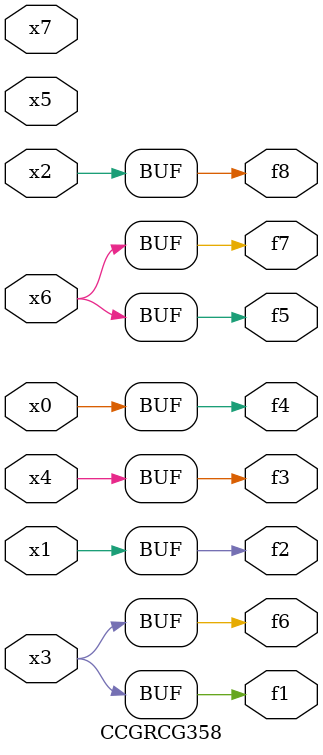
<source format=v>
module CCGRCG358(
	input x0, x1, x2, x3, x4, x5, x6, x7,
	output f1, f2, f3, f4, f5, f6, f7, f8
);
	assign f1 = x3;
	assign f2 = x1;
	assign f3 = x4;
	assign f4 = x0;
	assign f5 = x6;
	assign f6 = x3;
	assign f7 = x6;
	assign f8 = x2;
endmodule

</source>
